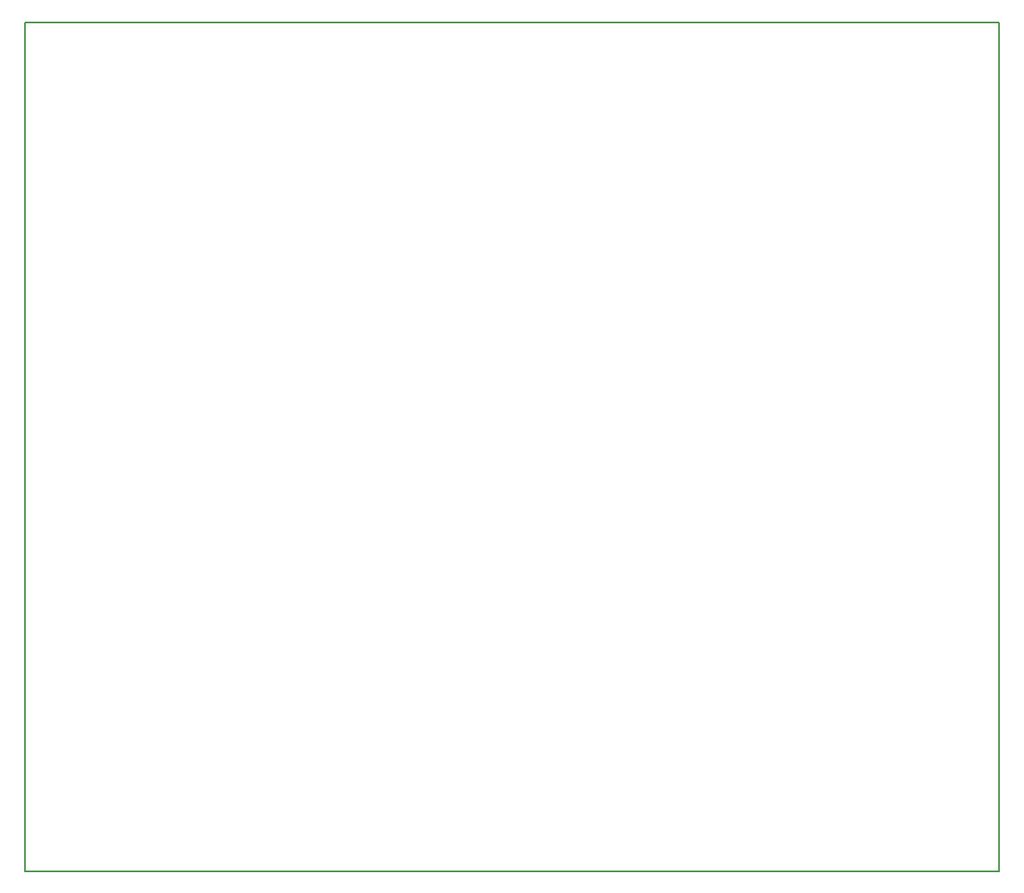
<source format=gko>
G04 #@! TF.FileFunction,Profile,NP*
%FSLAX46Y46*%
G04 Gerber Fmt 4.6, Leading zero omitted, Abs format (unit mm)*
G04 Created by KiCad (PCBNEW 4.0.2-stable) date Sat Jun 11 16:58:14 2016*
%MOMM*%
G01*
G04 APERTURE LIST*
%ADD10C,0.100000*%
%ADD11C,0.150000*%
G04 APERTURE END LIST*
D10*
D11*
X96520000Y-45720000D02*
X195580000Y-45720000D01*
X96520000Y-132080000D02*
X96520000Y-45720000D01*
X195580000Y-132080000D02*
X96520000Y-132080000D01*
X195580000Y-45720000D02*
X195580000Y-132080000D01*
M02*

</source>
